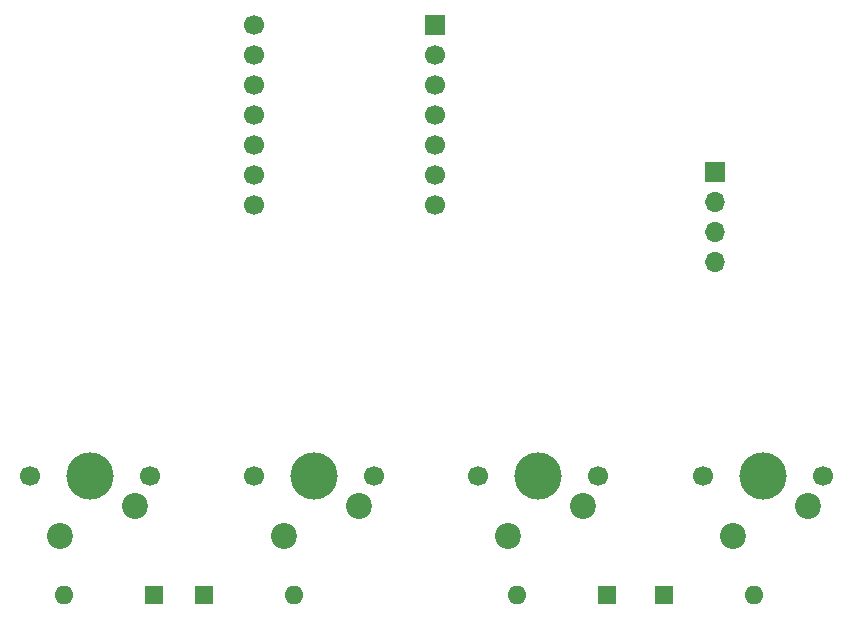
<source format=gbr>
%TF.GenerationSoftware,KiCad,Pcbnew,8.0.5-dirty*%
%TF.CreationDate,2024-10-19T17:10:19-04:00*%
%TF.ProjectId,rowanpad,726f7761-6e70-4616-942e-6b696361645f,rev?*%
%TF.SameCoordinates,Original*%
%TF.FileFunction,Soldermask,Bot*%
%TF.FilePolarity,Negative*%
%FSLAX46Y46*%
G04 Gerber Fmt 4.6, Leading zero omitted, Abs format (unit mm)*
G04 Created by KiCad (PCBNEW 8.0.5-dirty) date 2024-10-19 17:10:19*
%MOMM*%
%LPD*%
G01*
G04 APERTURE LIST*
%ADD10C,1.700000*%
%ADD11C,4.000000*%
%ADD12C,2.200000*%
%ADD13R,1.600000X1.600000*%
%ADD14O,1.600000X1.600000*%
%ADD15R,1.700000X1.700000*%
%ADD16O,1.700000X1.700000*%
G04 APERTURE END LIST*
D10*
%TO.C,SW1*%
X136190000Y-139960000D03*
D11*
X131110000Y-139960000D03*
D10*
X126030000Y-139960000D03*
D12*
X128570000Y-145040000D03*
X134920000Y-142500000D03*
%TD*%
D13*
%TO.C,D5*%
X179690000Y-150000000D03*
D14*
X187310000Y-150000000D03*
%TD*%
D15*
%TO.C,J1*%
X184000000Y-114190000D03*
D16*
X184000000Y-116730000D03*
X184000000Y-119270000D03*
X184000000Y-121810000D03*
%TD*%
D13*
%TO.C,D1*%
X136500000Y-150000000D03*
D14*
X128880000Y-150000000D03*
%TD*%
D13*
%TO.C,D2*%
X140690000Y-150000000D03*
D14*
X148310000Y-150000000D03*
%TD*%
D10*
%TO.C,SW5*%
X193120000Y-139960000D03*
D11*
X188040000Y-139960000D03*
D10*
X182960000Y-139960000D03*
D12*
X185500000Y-145040000D03*
X191850000Y-142500000D03*
%TD*%
D13*
%TO.C,D4*%
X174810000Y-150000000D03*
D14*
X167190000Y-150000000D03*
%TD*%
D10*
%TO.C,SW4*%
X174120000Y-139920000D03*
D11*
X169040000Y-139920000D03*
D10*
X163960000Y-139920000D03*
D12*
X166500000Y-145000000D03*
X172850000Y-142460000D03*
%TD*%
D10*
%TO.C,SW2*%
X155120000Y-139960000D03*
D11*
X150040000Y-139960000D03*
D10*
X144960000Y-139960000D03*
D12*
X147500000Y-145040000D03*
X153850000Y-142500000D03*
%TD*%
D15*
%TO.C,U1*%
X160250000Y-101760000D03*
D10*
X160250000Y-104300000D03*
X160250000Y-106840000D03*
X160250000Y-109380000D03*
X160250000Y-111920000D03*
X160250000Y-114460000D03*
X160250000Y-117000000D03*
X145000000Y-117000000D03*
X145000000Y-114460000D03*
X145000000Y-111920000D03*
X145000000Y-109380000D03*
X145000000Y-106840000D03*
X145000000Y-104300000D03*
X145000000Y-101760000D03*
%TD*%
M02*

</source>
